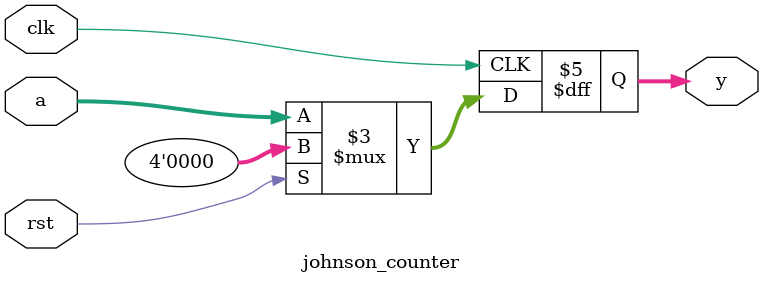
<source format=v>
/* 
 * Corevexis Semiconductor 
 * Example 20: JOHNSON COUNTER 
 */

module johnson_counter (
    input clk,
    input rst,
    input [3:0] a,
    output reg [3:0] y
);

always @(posedge clk) begin
    if(rst) y <= 4'b0;
    else y <= a; 
end

endmodule
</source>
